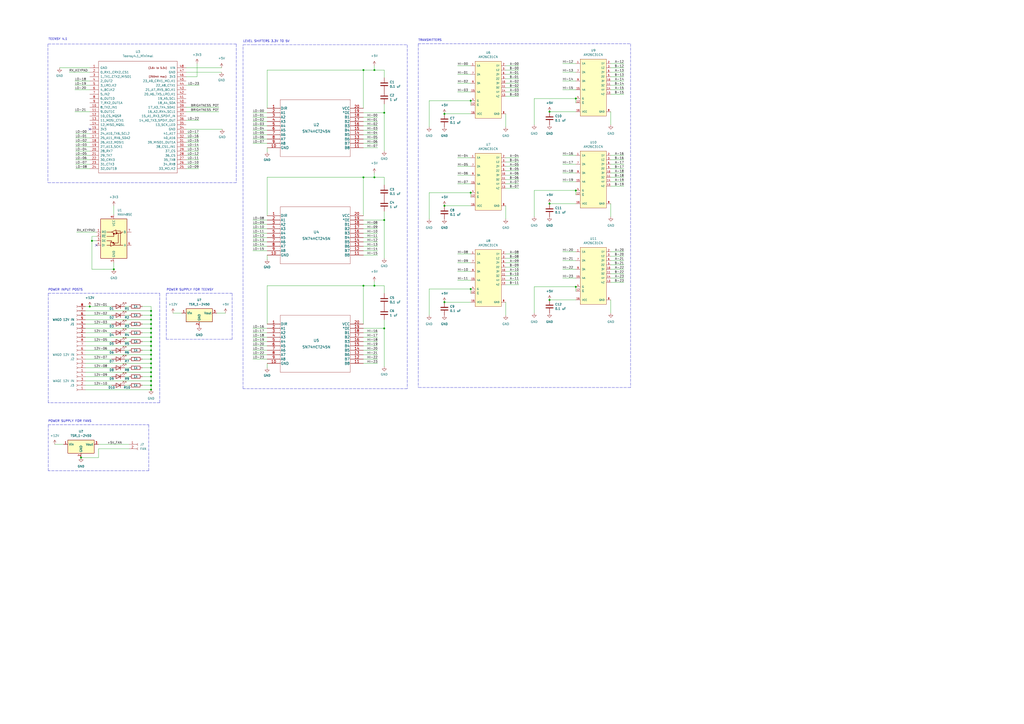
<source format=kicad_sch>
(kicad_sch (version 20211123) (generator eeschema)
  (paper "A2")
  (junction (at 87.63 218.44))
  (junction (at 334.01 166.37))
  (junction (at 66.04 156.21))
  (junction (at 87.63 182.88))
  (junction (at 217.17 102.87))
  (junction (at 87.63 208.28))
  (junction (at 87.63 223.52))
  (junction (at 334.01 110.49))
  (junction (at 222.885 190.5))
  (junction (at 87.63 210.82))
  (junction (at 257.81 175.26))
  (junction (at 46.99 265.43))
  (junction (at 87.63 200.66))
  (junction (at 87.63 193.04))
  (junction (at 87.63 226.06))
  (junction (at 87.63 180.34))
  (junction (at 222.885 65.405))
  (junction (at 210.82 102.87))
  (junction (at 87.63 220.98))
  (junction (at 87.63 203.2))
  (junction (at 87.63 213.36))
  (junction (at 257.81 119.38))
  (junction (at 87.63 190.5))
  (junction (at 257.81 66.04))
  (junction (at 87.63 185.42))
  (junction (at 210.82 165.735))
  (junction (at 87.63 195.58))
  (junction (at 318.77 64.77))
  (junction (at 273.05 111.76))
  (junction (at 87.63 215.9))
  (junction (at 217.17 165.735))
  (junction (at 217.17 40.64))
  (junction (at 273.05 58.42))
  (junction (at 52.07 177.8))
  (junction (at 334.01 57.15))
  (junction (at 87.63 205.74))
  (junction (at 318.77 118.11))
  (junction (at 222.885 127.635))
  (junction (at 210.82 40.64))
  (junction (at 273.05 167.64))
  (junction (at 87.63 198.12))
  (junction (at 318.77 173.99))
  (junction (at 87.63 187.96))
  (junction (at 53.34 139.7))
  (no_connect (at 52.07 74.93))
  (no_connect (at 55.88 142.24))
  (wire (pts (xy 354.33 151.13) (xy 361.95 151.13)))
  (wire (pts (xy 219.075 205.74) (xy 210.82 205.74)))
  (wire (pts (xy 219.075 80.645) (xy 210.82 80.645)))
  (wire (pts (xy 107.95 64.77) (xy 127 64.77)))
  (polyline (pts (xy 137.033 25.527) (xy 137.033 105.918)))
  (polyline (pts (xy 96.52 170.18) (xy 134.62 170.18)))
  (wire (pts (xy 265.43 43.18) (xy 273.05 43.18)))
  (wire (pts (xy 222.885 60.325) (xy 222.885 65.405)))
  (wire (pts (xy 219.075 200.66) (xy 210.82 200.66)))
  (wire (pts (xy 210.82 165.735) (xy 210.82 187.96)))
  (wire (pts (xy 34.544 39.37) (xy 52.07 39.37)))
  (wire (pts (xy 66.04 152.4) (xy 66.04 156.21)))
  (wire (pts (xy 107.95 97.79) (xy 115.316 97.79)))
  (wire (pts (xy 87.63 195.58) (xy 87.63 198.12)))
  (wire (pts (xy 217.17 102.87) (xy 222.885 102.87)))
  (wire (pts (xy 354.33 92.71) (xy 361.95 92.71)))
  (wire (pts (xy 146.685 67.945) (xy 154.94 67.945)))
  (wire (pts (xy 217.17 40.64) (xy 222.885 40.64)))
  (wire (pts (xy 87.63 215.9) (xy 87.63 218.44)))
  (wire (pts (xy 146.685 193.04) (xy 154.94 193.04)))
  (wire (pts (xy 265.43 157.48) (xy 273.05 157.48)))
  (polyline (pts (xy 140.97 225.425) (xy 140.97 26.035)))
  (polyline (pts (xy 86.36 246.38) (xy 86.36 273.05)))
  (wire (pts (xy 87.63 190.5) (xy 87.63 193.04)))
  (wire (pts (xy 273.05 58.42) (xy 273.05 60.96)))
  (wire (pts (xy 293.37 147.32) (xy 300.99 147.32)))
  (wire (pts (xy 222.885 65.405) (xy 210.82 65.405)))
  (wire (pts (xy 87.63 200.66) (xy 87.63 203.2)))
  (wire (pts (xy 354.33 41.91) (xy 361.95 41.91)))
  (wire (pts (xy 72.39 213.36) (xy 74.93 213.36)))
  (wire (pts (xy 31.75 257.81) (xy 36.83 257.81)))
  (wire (pts (xy 107.95 74.93) (xy 128.905 74.93)))
  (wire (pts (xy 107.95 69.85) (xy 115.443 69.85)))
  (wire (pts (xy 293.37 104.14) (xy 300.99 104.14)))
  (wire (pts (xy 354.33 105.41) (xy 361.95 105.41)))
  (wire (pts (xy 219.075 193.04) (xy 210.82 193.04)))
  (wire (pts (xy 43.815 95.25) (xy 52.07 95.25)))
  (wire (pts (xy 125.73 181.61) (xy 130.81 181.61)))
  (wire (pts (xy 49.53 195.58) (xy 87.63 195.58)))
  (wire (pts (xy 219.075 195.58) (xy 210.82 195.58)))
  (wire (pts (xy 154.94 210.82) (xy 154.94 213.36)))
  (wire (pts (xy 72.39 193.04) (xy 74.93 193.04)))
  (wire (pts (xy 354.33 158.75) (xy 361.95 158.75)))
  (wire (pts (xy 146.685 142.875) (xy 154.94 142.875)))
  (wire (pts (xy 87.63 180.34) (xy 87.63 182.88)))
  (wire (pts (xy 82.55 213.36) (xy 87.63 213.36)))
  (wire (pts (xy 114.3 44.45) (xy 114.3 36.83)))
  (wire (pts (xy 49.53 187.96) (xy 64.77 187.96)))
  (wire (pts (xy 219.075 208.28) (xy 210.82 208.28)))
  (wire (pts (xy 87.63 177.8) (xy 87.63 180.34)))
  (wire (pts (xy 219.075 85.725) (xy 210.82 85.725)))
  (wire (pts (xy 354.33 148.59) (xy 361.95 148.59)))
  (wire (pts (xy 248.92 111.76) (xy 248.92 127)))
  (wire (pts (xy 72.39 208.28) (xy 74.93 208.28)))
  (wire (pts (xy 53.34 137.16) (xy 53.34 139.7)))
  (wire (pts (xy 72.39 177.8) (xy 74.93 177.8)))
  (wire (pts (xy 146.685 132.715) (xy 154.94 132.715)))
  (polyline (pts (xy 147.32 26.035) (xy 236.22 26.035)))
  (wire (pts (xy 354.33 173.99) (xy 354.33 181.61)))
  (wire (pts (xy 219.075 78.105) (xy 210.82 78.105)))
  (wire (pts (xy 354.33 49.53) (xy 361.95 49.53)))
  (wire (pts (xy 72.39 182.88) (xy 74.93 182.88)))
  (wire (pts (xy 82.55 193.04) (xy 87.63 193.04)))
  (wire (pts (xy 49.53 223.52) (xy 64.77 223.52)))
  (wire (pts (xy 293.37 149.86) (xy 300.99 149.86)))
  (wire (pts (xy 257.81 119.38) (xy 273.05 119.38)))
  (wire (pts (xy 222.885 127.635) (xy 210.82 127.635)))
  (wire (pts (xy 293.37 43.18) (xy 300.99 43.18)))
  (wire (pts (xy 82.55 223.52) (xy 87.63 223.52)))
  (wire (pts (xy 248.92 167.64) (xy 248.92 182.88)))
  (polyline (pts (xy 242.57 25.4) (xy 242.57 224.79)))
  (wire (pts (xy 326.39 90.17) (xy 334.01 90.17)))
  (wire (pts (xy 107.95 39.37) (xy 128.524 39.37)))
  (wire (pts (xy 43.815 77.47) (xy 52.07 77.47)))
  (polyline (pts (xy 27.94 246.38) (xy 86.36 246.38)))
  (wire (pts (xy 273.05 58.42) (xy 248.92 58.42)))
  (wire (pts (xy 49.53 190.5) (xy 87.63 190.5)))
  (wire (pts (xy 146.685 83.185) (xy 154.94 83.185)))
  (wire (pts (xy 326.39 41.91) (xy 334.01 41.91)))
  (polyline (pts (xy 365.76 25.4) (xy 365.76 224.79)))
  (wire (pts (xy 265.43 101.6) (xy 273.05 101.6)))
  (wire (pts (xy 265.43 152.4) (xy 273.05 152.4)))
  (wire (pts (xy 354.33 156.21) (xy 361.95 156.21)))
  (wire (pts (xy 265.43 162.56) (xy 273.05 162.56)))
  (wire (pts (xy 326.39 36.83) (xy 334.01 36.83)))
  (wire (pts (xy 40.132 41.91) (xy 52.07 41.91)))
  (wire (pts (xy 354.33 46.99) (xy 361.95 46.99)))
  (wire (pts (xy 43.434 64.77) (xy 52.07 64.77)))
  (wire (pts (xy 52.07 177.8) (xy 64.77 177.8)))
  (wire (pts (xy 146.685 80.645) (xy 154.94 80.645)))
  (wire (pts (xy 87.63 208.28) (xy 87.63 210.82)))
  (polyline (pts (xy 236.22 26.035) (xy 236.22 225.425)))
  (wire (pts (xy 146.685 195.58) (xy 154.94 195.58)))
  (wire (pts (xy 82.55 203.2) (xy 87.63 203.2)))
  (wire (pts (xy 210.82 165.735) (xy 217.17 165.735)))
  (wire (pts (xy 154.94 40.64) (xy 154.94 62.865)))
  (wire (pts (xy 43.434 46.99) (xy 52.07 46.99)))
  (wire (pts (xy 293.37 38.1) (xy 300.99 38.1)))
  (wire (pts (xy 87.63 187.96) (xy 87.63 190.5)))
  (wire (pts (xy 265.43 48.26) (xy 273.05 48.26)))
  (polyline (pts (xy 96.52 170.18) (xy 96.52 196.85)))
  (wire (pts (xy 222.885 65.405) (xy 222.885 87.63)))
  (wire (pts (xy 107.95 41.91) (xy 128.524 41.91)))
  (polyline (pts (xy 134.62 196.85) (xy 96.52 196.85)))
  (wire (pts (xy 309.88 110.49) (xy 309.88 125.73)))
  (wire (pts (xy 265.43 147.32) (xy 273.05 147.32)))
  (wire (pts (xy 326.39 95.25) (xy 334.01 95.25)))
  (wire (pts (xy 82.55 187.96) (xy 87.63 187.96)))
  (wire (pts (xy 49.53 193.04) (xy 64.77 193.04)))
  (wire (pts (xy 53.34 139.7) (xy 55.88 139.7)))
  (wire (pts (xy 146.685 130.175) (xy 154.94 130.175)))
  (wire (pts (xy 222.885 102.87) (xy 222.885 107.315)))
  (wire (pts (xy 146.685 137.795) (xy 154.94 137.795)))
  (wire (pts (xy 219.075 70.485) (xy 210.82 70.485)))
  (wire (pts (xy 354.33 146.05) (xy 361.95 146.05)))
  (wire (pts (xy 82.55 218.44) (xy 87.63 218.44)))
  (wire (pts (xy 87.63 185.42) (xy 87.63 187.96)))
  (wire (pts (xy 107.95 85.09) (xy 115.316 85.09)))
  (wire (pts (xy 49.53 210.82) (xy 87.63 210.82)))
  (wire (pts (xy 293.37 160.02) (xy 300.99 160.02)))
  (wire (pts (xy 87.63 198.12) (xy 87.63 200.66)))
  (wire (pts (xy 354.33 44.45) (xy 361.95 44.45)))
  (wire (pts (xy 293.37 157.48) (xy 300.99 157.48)))
  (wire (pts (xy 354.33 102.87) (xy 361.95 102.87)))
  (wire (pts (xy 154.94 102.87) (xy 154.94 125.095)))
  (wire (pts (xy 219.075 83.185) (xy 210.82 83.185)))
  (wire (pts (xy 354.33 52.07) (xy 361.95 52.07)))
  (wire (pts (xy 354.33 39.37) (xy 361.95 39.37)))
  (polyline (pts (xy 365.76 224.79) (xy 242.57 224.79)))
  (wire (pts (xy 318.77 118.11) (xy 334.01 118.11)))
  (wire (pts (xy 222.885 165.735) (xy 222.885 170.18)))
  (wire (pts (xy 265.43 91.44) (xy 273.05 91.44)))
  (wire (pts (xy 154.94 147.955) (xy 154.94 150.495)))
  (wire (pts (xy 293.37 91.44) (xy 300.99 91.44)))
  (wire (pts (xy 354.33 64.77) (xy 354.33 72.39)))
  (wire (pts (xy 219.075 145.415) (xy 210.82 145.415)))
  (wire (pts (xy 146.685 65.405) (xy 154.94 65.405)))
  (wire (pts (xy 210.82 102.87) (xy 154.94 102.87)))
  (wire (pts (xy 326.39 151.13) (xy 334.01 151.13)))
  (wire (pts (xy 265.43 38.1) (xy 273.05 38.1)))
  (wire (pts (xy 293.37 66.04) (xy 293.37 73.66)))
  (wire (pts (xy 222.885 127.635) (xy 222.885 149.86)))
  (wire (pts (xy 43.815 87.63) (xy 52.07 87.63)))
  (wire (pts (xy 49.53 198.12) (xy 64.77 198.12)))
  (wire (pts (xy 219.075 198.12) (xy 210.82 198.12)))
  (wire (pts (xy 326.39 161.29) (xy 334.01 161.29)))
  (wire (pts (xy 57.15 265.43) (xy 46.99 265.43)))
  (wire (pts (xy 219.075 130.175) (xy 210.82 130.175)))
  (wire (pts (xy 49.53 213.36) (xy 64.77 213.36)))
  (wire (pts (xy 210.82 40.64) (xy 217.17 40.64)))
  (wire (pts (xy 146.685 145.415) (xy 154.94 145.415)))
  (wire (pts (xy 43.815 80.01) (xy 52.07 80.01)))
  (wire (pts (xy 49.53 205.74) (xy 87.63 205.74)))
  (wire (pts (xy 107.95 49.53) (xy 115.57 49.53)))
  (wire (pts (xy 154.94 165.735) (xy 154.94 187.96)))
  (wire (pts (xy 74.93 260.35) (xy 57.15 260.35)))
  (wire (pts (xy 146.685 70.485) (xy 154.94 70.485)))
  (wire (pts (xy 72.39 223.52) (xy 74.93 223.52)))
  (wire (pts (xy 43.815 82.55) (xy 52.07 82.55)))
  (wire (pts (xy 49.53 203.2) (xy 64.77 203.2)))
  (wire (pts (xy 293.37 40.64) (xy 300.99 40.64)))
  (wire (pts (xy 354.33 100.33) (xy 361.95 100.33)))
  (wire (pts (xy 219.075 67.945) (xy 210.82 67.945)))
  (wire (pts (xy 210.82 102.87) (xy 217.17 102.87)))
  (polyline (pts (xy 236.22 225.425) (xy 140.97 225.425)))
  (wire (pts (xy 222.885 40.64) (xy 222.885 45.085)))
  (wire (pts (xy 334.01 166.37) (xy 334.01 168.91)))
  (wire (pts (xy 219.075 73.025) (xy 210.82 73.025)))
  (polyline (pts (xy 140.97 26.035) (xy 147.32 26.035)))
  (wire (pts (xy 53.34 156.21) (xy 66.04 156.21)))
  (wire (pts (xy 354.33 54.61) (xy 361.95 54.61)))
  (wire (pts (xy 146.685 203.2) (xy 154.94 203.2)))
  (wire (pts (xy 219.075 132.715) (xy 210.82 132.715)))
  (wire (pts (xy 354.33 36.83) (xy 361.95 36.83)))
  (wire (pts (xy 146.685 198.12) (xy 154.94 198.12)))
  (polyline (pts (xy 27.813 25.527) (xy 27.813 105.918)))
  (wire (pts (xy 146.685 78.105) (xy 154.94 78.105)))
  (wire (pts (xy 210.82 40.64) (xy 210.82 62.865)))
  (polyline (pts (xy 92.71 170.18) (xy 92.71 233.68)))
  (wire (pts (xy 44.45 134.62) (xy 55.88 134.62)))
  (wire (pts (xy 293.37 99.06) (xy 300.99 99.06)))
  (wire (pts (xy 309.88 57.15) (xy 309.88 72.39)))
  (wire (pts (xy 293.37 50.8) (xy 300.99 50.8)))
  (wire (pts (xy 107.95 92.71) (xy 115.316 92.71)))
  (wire (pts (xy 72.39 218.44) (xy 74.93 218.44)))
  (wire (pts (xy 293.37 175.26) (xy 293.37 182.88)))
  (wire (pts (xy 334.01 166.37) (xy 309.88 166.37)))
  (wire (pts (xy 217.17 38.1) (xy 217.17 40.64)))
  (wire (pts (xy 210.82 40.64) (xy 154.94 40.64)))
  (wire (pts (xy 354.33 107.95) (xy 361.95 107.95)))
  (wire (pts (xy 222.885 122.555) (xy 222.885 127.635)))
  (wire (pts (xy 107.95 87.63) (xy 115.316 87.63)))
  (wire (pts (xy 57.15 260.35) (xy 57.15 265.43)))
  (polyline (pts (xy 27.94 170.18) (xy 27.94 233.68)))
  (wire (pts (xy 222.885 185.42) (xy 222.885 190.5)))
  (wire (pts (xy 146.685 208.28) (xy 154.94 208.28)))
  (wire (pts (xy 354.33 95.25) (xy 361.95 95.25)))
  (wire (pts (xy 326.39 52.07) (xy 334.01 52.07)))
  (wire (pts (xy 293.37 106.68) (xy 300.99 106.68)))
  (wire (pts (xy 87.63 203.2) (xy 87.63 205.74)))
  (wire (pts (xy 146.685 200.66) (xy 154.94 200.66)))
  (wire (pts (xy 219.075 75.565) (xy 210.82 75.565)))
  (wire (pts (xy 52.07 177.8) (xy 49.53 177.8)))
  (wire (pts (xy 49.53 215.9) (xy 87.63 215.9)))
  (wire (pts (xy 82.55 182.88) (xy 87.63 182.88)))
  (wire (pts (xy 49.53 218.44) (xy 64.77 218.44)))
  (wire (pts (xy 265.43 106.68) (xy 273.05 106.68)))
  (wire (pts (xy 107.95 90.17) (xy 115.316 90.17)))
  (wire (pts (xy 293.37 101.6) (xy 300.99 101.6)))
  (wire (pts (xy 49.53 200.66) (xy 87.63 200.66)))
  (wire (pts (xy 257.81 66.04) (xy 273.05 66.04)))
  (wire (pts (xy 326.39 100.33) (xy 334.01 100.33)))
  (polyline (pts (xy 27.94 25.527) (xy 137.033 25.527)))
  (wire (pts (xy 222.885 190.5) (xy 222.885 212.725)))
  (wire (pts (xy 326.39 146.05) (xy 334.01 146.05)))
  (wire (pts (xy 354.33 163.83) (xy 361.95 163.83)))
  (wire (pts (xy 293.37 53.34) (xy 300.99 53.34)))
  (wire (pts (xy 334.01 57.15) (xy 334.01 59.69)))
  (wire (pts (xy 100.33 181.61) (xy 105.41 181.61)))
  (wire (pts (xy 146.685 127.635) (xy 154.94 127.635)))
  (wire (pts (xy 82.55 177.8) (xy 87.63 177.8)))
  (wire (pts (xy 273.05 167.64) (xy 248.92 167.64)))
  (wire (pts (xy 293.37 152.4) (xy 300.99 152.4)))
  (wire (pts (xy 219.075 147.955) (xy 210.82 147.955)))
  (wire (pts (xy 257.81 175.26) (xy 273.05 175.26)))
  (wire (pts (xy 107.95 80.01) (xy 115.316 80.01)))
  (wire (pts (xy 87.63 218.44) (xy 87.63 220.98)))
  (wire (pts (xy 57.15 257.81) (xy 74.93 257.81)))
  (wire (pts (xy 210.82 102.87) (xy 210.82 125.095)))
  (wire (pts (xy 107.95 82.55) (xy 115.316 82.55)))
  (wire (pts (xy 146.685 205.74) (xy 154.94 205.74)))
  (wire (pts (xy 273.05 111.76) (xy 273.05 114.3)))
  (wire (pts (xy 354.33 118.11) (xy 354.33 125.73)))
  (wire (pts (xy 354.33 153.67) (xy 361.95 153.67)))
  (wire (pts (xy 146.685 140.335) (xy 154.94 140.335)))
  (wire (pts (xy 222.885 190.5) (xy 210.82 190.5)))
  (polyline (pts (xy 27.94 246.38) (xy 27.94 273.05)))
  (wire (pts (xy 293.37 48.26) (xy 300.99 48.26)))
  (wire (pts (xy 334.01 110.49) (xy 309.88 110.49)))
  (wire (pts (xy 219.075 210.82) (xy 210.82 210.82)))
  (wire (pts (xy 43.434 49.53) (xy 52.07 49.53)))
  (wire (pts (xy 55.88 137.16) (xy 53.34 137.16)))
  (wire (pts (xy 265.43 53.34) (xy 273.05 53.34)))
  (wire (pts (xy 293.37 93.98) (xy 300.99 93.98)))
  (wire (pts (xy 87.63 193.04) (xy 87.63 195.58)))
  (wire (pts (xy 107.95 62.23) (xy 127 62.23)))
  (polyline (pts (xy 242.57 25.4) (xy 365.76 25.4)))
  (wire (pts (xy 217.17 163.195) (xy 217.17 165.735)))
  (wire (pts (xy 43.942 97.79) (xy 52.07 97.79)))
  (wire (pts (xy 146.685 135.255) (xy 154.94 135.255)))
  (polyline (pts (xy 137.033 105.918) (xy 27.813 105.918)))
  (wire (pts (xy 87.63 220.98) (xy 87.63 223.52)))
  (wire (pts (xy 354.33 161.29) (xy 361.95 161.29)))
  (wire (pts (xy 334.01 57.15) (xy 309.88 57.15)))
  (wire (pts (xy 66.04 119.38) (xy 66.04 124.46)))
  (wire (pts (xy 248.92 58.42) (xy 248.92 73.66)))
  (wire (pts (xy 293.37 154.94) (xy 300.99 154.94)))
  (wire (pts (xy 107.95 95.25) (xy 115.316 95.25)))
  (wire (pts (xy 87.63 182.88) (xy 87.63 185.42)))
  (wire (pts (xy 273.05 167.64) (xy 273.05 170.18)))
  (wire (pts (xy 293.37 96.52) (xy 300.99 96.52)))
  (wire (pts (xy 87.63 205.74) (xy 87.63 208.28)))
  (wire (pts (xy 49.53 185.42) (xy 87.63 185.42)))
  (wire (pts (xy 318.77 173.99) (xy 334.01 173.99)))
  (polyline (pts (xy 86.36 273.05) (xy 27.94 273.05)))
  (wire (pts (xy 309.88 166.37) (xy 309.88 181.61)))
  (wire (pts (xy 334.01 110.49) (xy 334.01 113.03)))
  (wire (pts (xy 293.37 119.38) (xy 293.37 127)))
  (wire (pts (xy 219.075 137.795) (xy 210.82 137.795)))
  (wire (pts (xy 49.53 182.88) (xy 64.77 182.88)))
  (wire (pts (xy 146.685 190.5) (xy 154.94 190.5)))
  (wire (pts (xy 273.05 111.76) (xy 248.92 111.76)))
  (wire (pts (xy 107.95 77.47) (xy 115.316 77.47)))
  (wire (pts (xy 354.33 97.79) (xy 361.95 97.79)))
  (wire (pts (xy 72.39 203.2) (xy 74.93 203.2)))
  (wire (pts (xy 293.37 55.88) (xy 300.99 55.88)))
  (wire (pts (xy 293.37 45.72) (xy 300.99 45.72)))
  (wire (pts (xy 219.075 140.335) (xy 210.82 140.335)))
  (wire (pts (xy 49.53 208.28) (xy 64.77 208.28)))
  (wire (pts (xy 87.63 210.82) (xy 87.63 213.36)))
  (wire (pts (xy 219.075 142.875) (xy 210.82 142.875)))
  (wire (pts (xy 217.17 100.33) (xy 217.17 102.87)))
  (polyline (pts (xy 27.94 170.18) (xy 92.71 170.18)))
  (wire (pts (xy 43.815 85.09) (xy 52.07 85.09)))
  (wire (pts (xy 265.43 96.52) (xy 273.05 96.52)))
  (wire (pts (xy 49.53 220.98) (xy 87.63 220.98)))
  (wire (pts (xy 293.37 109.22) (xy 300.99 109.22)))
  (polyline (pts (xy 134.62 170.18) (xy 134.62 196.85)))
  (wire (pts (xy 87.63 213.36) (xy 87.63 215.9)))
  (polyline (pts (xy 92.71 233.68) (xy 27.94 233.68)))
  (wire (pts (xy 43.815 92.71) (xy 52.07 92.71)))
  (wire (pts (xy 293.37 162.56) (xy 300.99 162.56)))
  (wire (pts (xy 107.95 44.45) (xy 114.3 44.45)))
  (wire (pts (xy 293.37 165.1) (xy 300.99 165.1)))
  (wire (pts (xy 219.075 135.255) (xy 210.82 135.255)))
  (wire (pts (xy 53.34 139.7) (xy 53.34 156.21)))
  (wire (pts (xy 326.39 105.41) (xy 334.01 105.41)))
  (wire (pts (xy 219.075 203.2) (xy 210.82 203.2)))
  (wire (pts (xy 82.55 198.12) (xy 87.63 198.12)))
  (wire (pts (xy 49.53 180.34) (xy 87.63 180.34)))
  (wire (pts (xy 154.94 85.725) (xy 154.94 88.265)))
  (wire (pts (xy 43.434 52.07) (xy 52.07 52.07)))
  (wire (pts (xy 210.82 165.735) (xy 154.94 165.735)))
  (wire (pts (xy 43.815 90.17) (xy 52.07 90.17)))
  (wire (pts (xy 49.53 226.06) (xy 87.63 226.06)))
  (wire (pts (xy 82.55 208.28) (xy 87.63 208.28)))
  (wire (pts (xy 72.39 198.12) (xy 74.93 198.12)))
  (wire (pts (xy 354.33 90.17) (xy 361.95 90.17)))
  (wire (pts (xy 326.39 156.21) (xy 334.01 156.21)))
  (wire (pts (xy 146.685 73.025) (xy 154.94 73.025)))
  (wire (pts (xy 146.685 75.565) (xy 154.94 75.565)))
  (wire (pts (xy 72.39 187.96) (xy 74.93 187.96)))
  (wire (pts (xy 318.77 64.77) (xy 334.01 64.77)))
  (wire (pts (xy 217.17 165.735) (xy 222.885 165.735)))
  (wire (pts (xy 87.63 223.52) (xy 87.63 226.06)))
  (wire (pts (xy 326.39 46.99) (xy 334.01 46.99)))
  (text "TRANSMITTERS" (at 242.57 24.13 0) (effects (font (size 1.27 1.27)) (justify left bottom)))
  (text "POWER INPUT POSTS" (at 27.94 168.91 0) (effects (font (size 1.27 1.27)) (justify left bottom)))
  (text "POWER SUPPLY FOR TEENSY" (at 96.52 168.91 0) (effects (font (size 1.27 1.27)) (justify left bottom)))
  (text "TEENSY 4.1" (at 28.067 23.495 0) (effects (font (size 1.27 1.27)) (justify left bottom)))
  (text "LEVEL SHIFTERS 3.3V TO 5V" (at 140.97 24.765 0) (effects (font (size 1.27 1.27)) (justify left bottom)))
  (text "POWER SUPPLY FOR FANS" (at 27.94 245.11 0) (effects (font (size 1.27 1.27)) (justify left bottom)))
  (label "A-05" (at 300.99 96.52 180))
  (label "HI-10" (at 219.075 135.255 180))
  (label "HI-12" (at 326.39 36.83 0))
  (label "HI-03" (at 219.075 75.565 180))
  (label "A-06" (at 300.99 101.6 180))
  (label "B-17" (at 361.95 97.79 180))
  (label "B-19" (at 361.95 107.95 180))
  (label "LO-06" (at 146.685 80.645 0))
  (label "HI-13" (at 326.39 41.91 0))
  (label "12V-06" (at 62.23 203.2 180))
  (label "LO-22" (at 146.685 205.74 0))
  (label "LO-06" (at 43.815 92.71 0))
  (label "LO-04" (at 146.685 75.565 0))
  (label "HI-20" (at 326.39 146.05 0))
  (label "B-08" (at 300.99 149.86 180))
  (label "HI-22" (at 219.075 208.28 180))
  (label "A-10" (at 300.99 157.48 180))
  (label "LO-10" (at 115.316 95.25 180))
  (label "A-03" (at 300.99 53.34 180))
  (label "A-08" (at 300.99 147.32 180))
  (label "A-13" (at 361.95 41.91 180))
  (label "LO-20" (at 43.434 52.07 0))
  (label "B-14" (at 361.95 49.53 180))
  (label "LO-01" (at 43.815 80.01 0))
  (label "12V-07" (at 62.23 208.28 180))
  (label "HI-00" (at 265.43 38.1 0))
  (label "HI-05" (at 219.075 80.645 180))
  (label "LO-05" (at 146.685 78.105 0))
  (label "A-01" (at 300.99 43.18 180))
  (label "LO-08" (at 146.685 127.635 0))
  (label "LO-08" (at 43.942 97.79 0))
  (label "A-16" (at 361.95 90.17 180))
  (label "HI-15" (at 326.39 52.07 0))
  (label "HI-16" (at 219.075 193.04 180))
  (label "HI-18" (at 219.075 198.12 180))
  (label "HI-06" (at 265.43 101.6 0))
  (label "LO-10" (at 146.685 132.715 0))
  (label "LO-13" (at 115.316 87.63 180))
  (label "HI-01" (at 219.075 70.485 180))
  (label "A-11" (at 300.99 162.56 180))
  (label "LO-20" (at 146.685 200.66 0))
  (label "A-15" (at 361.95 52.07 180))
  (label "LO-12" (at 115.316 90.17 180))
  (label "B-16" (at 361.95 92.71 180))
  (label "LO-05" (at 43.815 90.17 0))
  (label "LO-03" (at 43.815 85.09 0))
  (label "HI-11" (at 219.075 137.795 180))
  (label "LO-00" (at 43.815 77.47 0))
  (label "HI-21" (at 219.075 205.74 180))
  (label "B-15" (at 361.95 54.61 180))
  (label "LO-21" (at 43.434 64.77 0))
  (label "HI-03" (at 265.43 53.34 0))
  (label "B-02" (at 300.99 50.8 180))
  (label "12V-10" (at 62.23 223.52 180))
  (label "LO-09" (at 146.685 130.175 0))
  (label "HI-01" (at 265.43 43.18 0))
  (label "B-23" (at 361.95 163.83 180))
  (label "HI-04" (at 219.075 78.105 180))
  (label "B-12" (at 361.95 39.37 180))
  (label "A-12" (at 361.95 36.83 180))
  (label "HI-19" (at 326.39 105.41 0))
  (label "HI-20" (at 219.075 203.2 180))
  (label "HI-21" (at 326.39 151.13 0))
  (label "LO-23" (at 146.685 208.28 0))
  (label "LO-13" (at 146.685 140.335 0))
  (label "LO-16" (at 146.685 190.5 0))
  (label "LO-15" (at 146.685 145.415 0))
  (label "LO-02" (at 43.815 82.55 0))
  (label "RX_KEYPAD" (at 44.45 134.62 0))
  (label "HI-19" (at 219.075 200.66 180))
  (label "HI-14" (at 326.39 46.99 0))
  (label "B-09" (at 300.99 154.94 180))
  (label "HI-07" (at 219.075 85.725 180))
  (label "LO-07" (at 43.815 95.25 0))
  (label "HI-07" (at 265.43 106.68 0))
  (label "HI-02" (at 219.075 73.025 180))
  (label "A-09" (at 300.99 152.4 180))
  (label "HI-17" (at 326.39 95.25 0))
  (label "12V-05" (at 62.23 198.12 180))
  (label "LO-21" (at 146.685 203.2 0))
  (label "B-20" (at 361.95 148.59 180))
  (label "A-22" (at 361.95 156.21 180))
  (label "HI-09" (at 219.075 132.715 180))
  (label "LO-04" (at 43.815 87.63 0))
  (label "A-20" (at 361.95 146.05 180))
  (label "HI-16" (at 326.39 90.17 0))
  (label "HI-09" (at 265.43 152.4 0))
  (label "HI-04" (at 265.43 91.44 0))
  (label "12V-08" (at 62.23 213.36 180))
  (label "LO-00" (at 146.685 65.405 0))
  (label "A-04" (at 300.99 91.44 180))
  (label "HI-05" (at 265.43 96.52 0))
  (label "12V-03" (at 62.23 187.96 180))
  (label "HI-17" (at 219.075 195.58 180))
  (label "HI-08" (at 265.43 147.32 0))
  (label "HI-13" (at 219.075 142.875 180))
  (label "B-11" (at 300.99 165.1 180))
  (label "LO-07" (at 146.685 83.185 0))
  (label "HI-23" (at 326.39 161.29 0))
  (label "HI-06" (at 219.075 83.185 180))
  (label "+5V_FAN" (at 62.23 257.81 0))
  (label "LO-22" (at 115.443 69.85 180))
  (label "LO-02" (at 146.685 70.485 0))
  (label "LO-18" (at 146.685 195.58 0))
  (label "LO-03" (at 146.685 73.025 0))
  (label "B-03" (at 300.99 55.88 180))
  (label "A-07" (at 300.99 106.68 180))
  (label "A-23" (at 361.95 161.29 180))
  (label "B-22" (at 361.95 158.75 180))
  (label "LO-12" (at 146.685 137.795 0))
  (label "B-00" (at 300.99 40.64 180))
  (label "A-02" (at 300.99 48.26 180))
  (label "B-21" (at 361.95 153.67 180))
  (label "HI-00" (at 219.075 67.945 180))
  (label "LO-17" (at 146.685 193.04 0))
  (label "B-13" (at 361.95 44.45 180))
  (label "A-14" (at 361.95 46.99 180))
  (label "12V-09" (at 62.23 218.44 180))
  (label "LO-14" (at 115.316 85.09 180))
  (label "HI-23" (at 219.075 210.82 180))
  (label "BRIGHTNESS POT" (at 127 62.23 180))
  (label "B-04" (at 300.99 93.98 180))
  (label "HI-12" (at 219.075 140.335 180))
  (label "HI-10" (at 265.43 157.48 0))
  (label "B-06" (at 300.99 104.14 180))
  (label "RX_KEYPAD" (at 40.132 41.91 0))
  (label "B-05" (at 300.99 99.06 180))
  (label "A-21" (at 361.95 151.13 180))
  (label "LO-23" (at 115.57 49.53 180))
  (label "LO-16" (at 115.316 80.01 180))
  (label "B-18" (at 361.95 102.87 180))
  (label "LO-17" (at 115.316 77.47 180))
  (label "HI-11" (at 265.43 162.56 0))
  (label "HI-15" (at 219.075 147.955 180))
  (label "12V-02" (at 62.23 182.88 180))
  (label "BRIGHTNESS POT" (at 127 64.77 180))
  (label "HI-22" (at 326.39 156.21 0))
  (label "12V-01" (at 62.23 177.8 180))
  (label "HI-14" (at 219.075 145.415 180))
  (label "LO-01" (at 146.685 67.945 0))
  (label "LO-19" (at 43.434 49.53 0))
  (label "LO-11" (at 146.685 135.255 0))
  (label "B-07" (at 300.99 109.22 180))
  (label "A-18" (at 361.95 100.33 180))
  (label "LO-15" (at 115.316 82.55 180))
  (label "B-10" (at 300.99 160.02 180))
  (label "HI-18" (at 326.39 100.33 0))
  (label "LO-19" (at 146.685 198.12 0))
  (label "HI-02" (at 265.43 48.26 0))
  (label "LO-11" (at 115.316 92.71 180))
  (label "12V-04" (at 62.23 193.04 180))
  (label "LO-09" (at 115.316 97.79 180))
  (label "LO-14" (at 146.685 142.875 0))
  (label "A-17" (at 361.95 95.25 180))
  (label "HI-08" (at 219.075 130.175 180))
  (label "A-19" (at 361.95 105.41 180))
  (label "A-00" (at 300.99 38.1 180))
  (label "LO-18" (at 43.434 46.99 0))
  (label "B-01" (at 300.99 45.72 180))
  (symbol (lib_id "Device:R") (at 78.74 203.2 90) (unit 1)
    (property "Reference" "R6" (at 73.66 204.47 90))
    (property "Value" "1k" (at 78.74 203.2 90))
  )
  (symbol (lib_id "Device:LED") (at 68.58 182.88 180) (unit 1)
    (property "Reference" "D2" (at 64.77 184.15 0))
    (property "Value" "LED" (effects hide))
  )
  (symbol (lib_id "power:+5V") (at 257.81 66.04 0) (unit 1)
    (property "Reference" "#PWR021" (effects hide))
    (property "Value" "+5V" (at 257.81 60.96 0))
  )
  (symbol (lib_id "power:GND") (at 115.57 189.23 0) (unit 1)
    (property "Reference" "#PWR?" (effects hide))
    (property "Value" "GND" (at 115.57 194.31 0))
  )
  (symbol (lib_id "power:GND") (at 87.63 226.06 0) (unit 1)
    (property "Reference" "#PWR05" (effects hide))
    (property "Value" "GND" (at 87.63 231.14 0))
  )
  (symbol (lib_id "Device:LED") (at 68.58 187.96 180) (unit 1)
    (property "Reference" "D3" (at 64.77 189.23 0))
    (property "Value" "LED" (effects hide))
  )
  (symbol (lib_id "Interface_UART:MAX485E") (at 66.04 137.16 0) (unit 1)
    (property "Reference" "U1" (at 68.0594 121.92 0) (effects (justify left)))
    (property "Value" "MAX485E" (at 68.0594 124.46 0) (effects (justify left)))
    (property "Datasheet" "https://datasheets.maximintegrated.com/en/ds/MAX1487E-MAX491E.pdf" (effects hide))
  )
  (symbol (lib_id "power:GND") (at 354.33 181.61 0) (unit 1)
    (property "Reference" "#PWR041" (effects hide))
    (property "Value" "GND" (at 354.33 186.69 0))
  )
  (symbol (lib_id "power:GND") (at 318.77 72.39 0) (unit 1)
    (property "Reference" "#PWR034" (effects hide))
    (property "Value" "GND" (at 318.77 77.47 0))
  )
  (symbol (lib_id "Connector:Conn_01x08_Female") (at 44.45 208.28 180) (unit 1)
    (property "Reference" "J2" (at 43.18 208.2801 0) (effects (justify left)))
    (property "Value" "WAGO 12V IN" (at 43.18 205.7401 0) (effects (justify left)))
  )
  (symbol (lib_id "Device:R") (at 78.74 187.96 90) (unit 1)
    (property "Reference" "R3" (at 73.66 189.23 90))
    (property "Value" "1k" (at 78.74 187.96 90))
  )
  (symbol (lib_id "power:GND") (at 309.88 72.39 0) (unit 1)
    (property "Reference" "#PWR030" (effects hide))
    (property "Value" "GND" (at 309.88 77.47 0))
  )
  (symbol (lib_id "power:GND") (at 293.37 127 0) (unit 1)
    (property "Reference" "#PWR028" (effects hide))
    (property "Value" "GND" (at 293.37 132.08 0))
  )
  (symbol (lib_id "Device:C") (at 318.77 177.8 0) (unit 1)
    (property "Reference" "C12" (at 321.945 176.5299 0) (effects (justify left)))
    (property "Value" "0.1 uF" (at 321.945 179.0699 0) (effects (justify left)))
  )
  (symbol (lib_id "Device:LED") (at 68.58 218.44 180) (unit 1)
    (property "Reference" "D9" (at 64.77 219.71 0))
    (property "Value" "LED" (effects hide))
  )
  (symbol (lib_id "Device:C") (at 222.885 173.99 0) (unit 1)
    (property "Reference" "C5" (at 226.06 172.7199 0) (effects (justify left)))
    (property "Value" "0.1 uF" (at 226.06 175.2599 0) (effects (justify left)))
  )
  (symbol (lib_id "Device:R") (at 78.74 223.52 90) (unit 1)
    (property "Reference" "R10" (at 73.66 224.79 90))
    (property "Value" "1k" (at 78.74 223.52 90))
  )
  (symbol (lib_id "Joels KiCad Symbol Library:AM26C31CN") (at 270.51 147.32 0) (unit 1)
    (property "Reference" "U8" (at 283.21 139.7 0))
    (property "Value" "AM26C31CN" (at 283.21 142.24 0))
    (property "Footprint" "Texas_Instruments-AM26C31CDR-*" (effects hide))
    (property "Datasheet" "http://www.ti.com/general/docs/lit/getliterature.tsp?genericPartNumber=AM26C31&fileType=pdf" (effects hide))
    (property "Code  JEDEC" "MS-012AC" (effects hide))
    (property "Component Link 2 Description" "Package Specification" (effects hide))
    (property "Component Link 2 URL" "http://www.ti.com/litv/pdf/mpds178g" (effects hide))
    (property "Datasheet Version" "SLLS103N" (effects hide))
    (property "Drivers Per Package" "4" (effects hide))
    (property "ESDk V" "2" (effects hide))
    (property "Footprint_1" "AM26LS31" (effects hide))
    (property "ICC Maxm A" "3" (effects hide))
    (property "Mounting Technology" "Surface Mount" (effects hide))
    (property "Package Description" "16-Pin Plastic Small Outline Integrated Circuit, 9.9 x 3.9 mm, Pitch 1.27 mm Pitch" (effects hide))
    (property "Package Version" "revM, Jun-2011" (effects hide))
    (property "Product URL" "http://www.ti.com/product/am26c31" (effects hide))
    (property "Rating" "Catalog" (effects hide))
    (property "Sub Family" "RS-422" (effects hide))
    (property "Supply VoltagesV" "5" (effects hide))
    (property "category" "IC" (effects hide))
    (property "ciiva ids" "13594892" (effects hide))
    (property "library id" "eb6c2aeb8ff85467" (effects hide))
    (property "manufacturer" "Texas Instruments" (effects hide))
    (property "of TXRX" "4 TX / 0 RX" (effects hide))
    (property "package" "D0016A" (effects hide))
    (property "release date" "1464334774" (effects hide))
    (property "rohs" "Yes" (effects hide))
    (property "vault revision" "09FF9084-D6B5-4054-A4EE-17B9AB6A8387" (effects hide))
    (property "imported" "yes" (effects hide))
  )
  (symbol (lib_id "power:+5V") (at 217.17 38.1 0) (unit 1)
    (property "Reference" "#PWR07" (effects hide))
    (property "Value" "+5V" (at 217.17 32.385 0))
  )
  (symbol (lib_id "power:GND") (at 222.885 149.86 0) (unit 1)
    (property "Reference" "#PWR016" (effects hide))
    (property "Value" "GND" (at 222.885 154.305 0))
  )
  (symbol (lib_id "power:+5V") (at 257.81 175.26 0) (unit 1)
    (property "Reference" "#PWR025" (effects hide))
    (property "Value" "+5V" (at 257.81 170.18 0))
  )
  (symbol (lib_id "power:GND") (at 318.77 181.61 0) (unit 1)
    (property "Reference" "#PWR038" (effects hide))
    (property "Value" "GND" (at 318.77 186.69 0))
  )
  (symbol (lib_id "power:GND") (at 257.81 73.66 0) (unit 1)
    (property "Reference" "#PWR022" (effects hide))
    (property "Value" "GND" (at 257.81 78.74 0))
  )
  (symbol (lib_id "power:GND") (at 34.544 39.37 0) (unit 1)
    (property "Reference" "#PWR01" (effects hide))
    (property "Value" "GND" (at 34.544 43.942 0))
  )
  (symbol (lib_id "Connector:Conn_01x08_Female") (at 44.45 187.96 180) (unit 1)
    (property "Reference" "J1" (at 43.18 187.9601 0) (effects (justify left)))
    (property "Value" "WAGO 12V IN" (at 43.18 185.4201 0) (effects (justify left)))
  )
  (symbol (lib_id "power:GND") (at 248.92 73.66 0) (unit 1)
    (property "Reference" "#PWR018" (effects hide))
    (property "Value" "GND" (at 248.92 78.74 0))
  )
  (symbol (lib_id "power:+12V") (at 100.33 181.61 0) (unit 1)
    (property "Reference" "#PWR?" (effects hide))
    (property "Value" "+12V" (at 100.33 176.53 0))
  )
  (symbol (lib_id "power:GND") (at 154.94 213.36 0) (unit 1)
    (property "Reference" "#PWR012" (effects hide))
    (property "Value" "GND" (at 154.94 217.805 0))
  )
  (symbol (lib_id "Device:LED") (at 68.58 198.12 180) (unit 1)
    (property "Reference" "D5" (at 64.77 199.39 0))
    (property "Value" "LED" (effects hide))
  )
  (symbol (lib_id "Device:LED") (at 68.58 213.36 180) (unit 1)
    (property "Reference" "D8" (at 64.77 214.63 0))
    (property "Value" "LED" (effects hide))
  )
  (symbol (lib_id "Regulator_Switching:TSR_1-2450") (at 46.99 260.35 0) (unit 1)
    (property "Reference" "U?" (at 46.99 250.19 0))
    (property "Value" "TSR_1-2450" (at 46.99 252.73 0))
    (property "Footprint" "Converter_DCDC:Converter_DCDC_TRACO_TSR-1_THT" (effects hide))
    (property "Datasheet" "http://www.tracopower.com/products/tsr1.pdf" (effects hide))
  )
  (symbol (lib_id "Device:R") (at 78.74 213.36 90) (unit 1)
    (property "Reference" "R8" (at 73.66 214.63 90))
    (property "Value" "1k" (at 78.74 213.36 90))
  )
  (symbol (lib_id "power:GND") (at 128.524 41.91 0) (unit 1)
    (property "Reference" "#PWR09" (effects hide))
    (property "Value" "GND" (at 128.524 46.482 0))
  )
  (symbol (lib_id "Device:C") (at 318.77 121.92 0) (unit 1)
    (property "Reference" "C11" (at 321.945 120.6499 0) (effects (justify left)))
    (property "Value" "0.1 uF" (at 321.945 123.1899 0) (effects (justify left)))
  )
  (symbol (lib_id "power:GND") (at 293.37 73.66 0) (unit 1)
    (property "Reference" "#PWR027" (effects hide))
    (property "Value" "GND" (at 293.37 78.74 0))
  )
  (symbol (lib_id "power:GND") (at 128.905 74.93 0) (unit 1)
    (property "Reference" "#PWR010" (effects hide))
    (property "Value" "GND" (at 128.905 79.502 0))
  )
  (symbol (lib_id "Joels KiCad Symbol Library:SN74HCT245N") (at 154.94 187.96 0) (unit 1)
    (property "Reference" "U5" (at 183.515 197.485 0) (effects (font (size 1.524 1.524))))
    (property "Value" "SN74HCT245N" (at 183.515 201.295 0) (effects (font (size 1.524 1.524))))
    (property "Footprint" "N20" (effects hide))
  )
  (symbol (lib_id "power:GND") (at 248.92 182.88 0) (unit 1)
    (property "Reference" "#PWR020" (effects hide))
    (property "Value" "GND" (at 248.92 187.96 0))
  )
  (symbol (lib_id "Device:C") (at 257.81 123.19 0) (unit 1)
    (property "Reference" "C8" (at 260.985 121.9199 0) (effects (justify left)))
    (property "Value" "0.1 uF" (at 260.985 124.4599 0) (effects (justify left)))
  )
  (symbol (lib_id "Device:R") (at 78.74 198.12 90) (unit 1)
    (property "Reference" "R5" (at 73.66 199.39 90))
    (property "Value" "1k" (at 78.74 198.12 90))
  )
  (symbol (lib_id "power:GND") (at 257.81 182.88 0) (unit 1)
    (property "Reference" "#PWR026" (effects hide))
    (property "Value" "GND" (at 257.81 187.96 0))
  )
  (symbol (lib_id "Device:LED") (at 68.58 223.52 180) (unit 1)
    (property "Reference" "D10" (at 64.77 224.79 0))
    (property "Value" "LED" (effects hide))
  )
  (symbol (lib_id "Device:R") (at 78.74 208.28 90) (unit 1)
    (property "Reference" "R7" (at 73.66 209.55 90))
    (property "Value" "1k" (at 78.74 208.28 90))
  )
  (symbol (lib_id "power:+5V") (at 217.17 100.33 0) (unit 1)
    (property "Reference" "#PWR013" (effects hide))
    (property "Value" "+5V" (at 217.17 94.615 0))
  )
  (symbol (lib_id "Device:LED") (at 68.58 193.04 180) (unit 1)
    (property "Reference" "D4" (at 64.77 194.31 0))
    (property "Value" "LED" (effects hide))
  )
  (symbol (lib_id "Joels KiCad Symbol Library:SN74HCT245N") (at 154.94 125.095 0) (unit 1)
    (property "Reference" "U4" (at 183.515 134.62 0) (effects (font (size 1.524 1.524))))
    (property "Value" "SN74HCT245N" (at 183.515 138.43 0) (effects (font (size 1.524 1.524))))
    (property "Footprint" "N20" (effects hide))
  )
  (symbol (lib_id "Device:C") (at 257.81 69.85 0) (unit 1)
    (property "Reference" "C7" (at 260.985 68.5799 0) (effects (justify left)))
    (property "Value" "0.1 uF" (at 260.985 71.1199 0) (effects (justify left)))
  )
  (symbol (lib_id "power:+5V") (at 257.81 119.38 0) (unit 1)
    (property "Reference" "#PWR023" (effects hide))
    (property "Value" "+5V" (at 257.81 114.3 0))
  )
  (symbol (lib_id "Device:C") (at 257.81 179.07 0) (unit 1)
    (property "Reference" "C9" (at 260.985 177.7999 0) (effects (justify left)))
    (property "Value" "0.1 uF" (at 260.985 180.3399 0) (effects (justify left)))
  )
  (symbol (lib_id "power:GND") (at 248.92 127 0) (unit 1)
    (property "Reference" "#PWR019" (effects hide))
    (property "Value" "GND" (at 248.92 132.08 0))
  )
  (symbol (lib_id "Joels KiCad Symbol Library:SN74HCT245N") (at 154.94 62.865 0) (unit 1)
    (property "Reference" "U2" (at 183.515 72.39 0) (effects (font (size 1.524 1.524))))
    (property "Value" "SN74HCT245N" (at 183.515 76.2 0) (effects (font (size 1.524 1.524))))
    (property "Footprint" "N20" (effects hide))
  )
  (symbol (lib_id "power:+12V") (at 52.07 177.8 0) (unit 1)
    (property "Reference" "#PWR?" (effects hide))
    (property "Value" "+12V" (at 52.07 172.72 0))
  )
  (symbol (lib_id "Device:R") (at 78.74 182.88 90) (unit 1)
    (property "Reference" "R2" (at 73.66 184.15 90))
    (property "Value" "1k" (at 78.74 182.88 90))
  )
  (symbol (lib_id "power:GND") (at 354.33 125.73 0) (unit 1)
    (property "Reference" "#PWR040" (effects hide))
    (property "Value" "GND" (at 354.33 130.81 0))
  )
  (symbol (lib_id "Connector:Conn_01x02_Female") (at 80.01 257.81 0) (unit 1)
    (property "Reference" "J?" (at 81.28 257.8099 0) (effects (justify left)))
    (property "Value" "FAN" (at 81.28 260.3499 0) (effects (justify left)))
  )
  (symbol (lib_id "power:GND") (at 66.04 156.21 0) (unit 1)
    (property "Reference" "#PWR03" (effects hide))
    (property "Value" "GND" (at 66.04 161.29 0))
  )
  (symbol (lib_id "power:+3.3V") (at 66.04 119.38 0) (unit 1)
    (property "Reference" "#PWR02" (effects hide))
    (property "Value" "+3.3V" (at 66.04 114.3 0))
  )
  (symbol (lib_id "power:+5V") (at 128.524 39.37 0) (unit 1)
    (property "Reference" "#PWR08" (effects hide))
    (property "Value" "+5V" (at 128.524 33.782 0))
  )
  (symbol (lib_id "power:GND") (at 309.88 125.73 0) (unit 1)
    (property "Reference" "#PWR031" (effects hide))
    (property "Value" "GND" (at 309.88 130.81 0))
  )
  (symbol (lib_id "Device:R") (at 78.74 218.44 90) (unit 1)
    (property "Reference" "R9" (at 73.66 219.71 90))
    (property "Value" "1k" (at 78.74 218.44 90))
  )
  (symbol (lib_id "power:+3.3V") (at 114.3 36.83 0) (unit 1)
    (property "Reference" "#PWR06" (effects hide))
    (property "Value" "+3.3V" (at 114.3 31.75 0))
  )
  (symbol (lib_id "power:+5V") (at 318.77 64.77 0) (unit 1)
    (property "Reference" "#PWR033" (effects hide))
    (property "Value" "+5V" (at 318.77 59.69 0))
  )
  (symbol (lib_id "power:+5V") (at 130.81 181.61 0) (unit 1)
    (property "Reference" "#PWR?" (effects hide))
    (property "Value" "+5V" (at 130.81 176.53 0))
  )
  (symbol (lib_id "Joels KiCad Symbol Library:AM26C31CN") (at 331.47 146.05 0) (unit 1)
    (property "Reference" "U11" (at 344.17 138.43 0))
    (property "Value" "AM26C31CN" (at 344.17 140.97 0))
    (property "Footprint" "Texas_Instruments-AM26C31CDR-*" (effects hide))
    (property "Datasheet" "http://www.ti.com/general/docs/lit/getliterature.tsp?genericPartNumber=AM26C31&fileType=pdf" (effects hide))
    (property "Code  JEDEC" "MS-012AC" (effects hide))
    (property "Component Link 2 Description" "Package Specification" (effects hide))
    (property "Component Link 2 URL" "http://www.ti.com/litv/pdf/mpds178g" (effects hide))
    (property "Datasheet Version" "SLLS103N" (effects hide))
    (property "Drivers Per Package" "4" (effects hide))
    (property "ESDk V" "2" (effects hide))
    (property "Footprint_1" "AM26LS31" (effects hide))
    (property "ICC Maxm A" "3" (effects hide))
    (property "Mounting Technology" "Surface Mount" (effects hide))
    (property "Package Description" "16-Pin Plastic Small Outline Integrated Circuit, 9.9 x 3.9 mm, Pitch 1.27 mm Pitch" (effects hide))
    (property "Package Version" "revM, Jun-2011" (effects hide))
    (property "Product URL" "http://www.ti.com/product/am26c31" (effects hide))
    (property "Rating" "Catalog" (effects hide))
    (property "Sub Family" "RS-422" (effects hide))
    (property "Supply VoltagesV" "5" (effects hide))
    (property "category" "IC" (effects hide))
    (property "ciiva ids" "13594892" (effects hide))
    (property "library id" "eb6c2aeb8ff85467" (effects hide))
    (property "manufacturer" "Texas Instruments" (effects hide))
    (property "of TXRX" "4 TX / 0 RX" (effects hide))
    (property "package" "D0016A" (effects hide))
    (property "release date" "1464334774" (effects hide))
    (property "rohs" "Yes" (effects hide))
    (property "vault revision" "09FF9084-D6B5-4054-A4EE-17B9AB6A8387" (effects hide))
    (property "imported" "yes" (effects hide))
  )
  (symbol (lib_id "Device:C") (at 222.885 118.745 0) (unit 1)
    (property "Reference" "C4" (at 226.06 117.4749 0) (effects (justify left)))
    (property "Value" "1 uF" (at 226.06 120.0149 0) (effects (justify left)))
  )
  (symbol (lib_id "power:GND") (at 222.885 87.63 0) (unit 1)
    (property "Reference" "#PWR015" (effects hide))
    (property "Value" "GND" (at 222.885 92.075 0))
  )
  (symbol (lib_id "Device:C") (at 222.885 56.515 0) (unit 1)
    (property "Reference" "C2" (at 226.06 55.2449 0) (effects (justify left)))
    (property "Value" "1 uF" (at 226.06 57.7849 0) (effects (justify left)))
  )
  (symbol (lib_id "power:+5V") (at 318.77 173.99 0) (unit 1)
    (property "Reference" "#PWR037" (effects hide))
    (property "Value" "+5V" (at 318.77 168.91 0))
  )
  (symbol (lib_id "power:GND") (at 293.37 182.88 0) (unit 1)
    (property "Reference" "#PWR029" (effects hide))
    (property "Value" "GND" (at 293.37 187.96 0))
  )
  (symbol (lib_id "Joels KiCad Symbol Library:AM26C31CN") (at 331.47 90.17 0) (unit 1)
    (property "Reference" "U10" (at 344.17 82.55 0))
    (property "Value" "AM26C31CN" (at 344.17 85.09 0))
    (property "Footprint" "Texas_Instruments-AM26C31CDR-*" (effects hide))
    (property "Datasheet" "http://www.ti.com/general/docs/lit/getliterature.tsp?genericPartNumber=AM26C31&fileType=pdf" (effects hide))
    (property "Code  JEDEC" "MS-012AC" (effects hide))
    (property "Component Link 2 Description" "Package Specification" (effects hide))
    (property "Component Link 2 URL" "http://www.ti.com/litv/pdf/mpds178g" (effects hide))
    (property "Datasheet Version" "SLLS103N" (effects hide))
    (property "Drivers Per Package" "4" (effects hide))
    (property "ESDk V" "2" (effects hide))
    (property "Footprint_1" "AM26LS31" (effects hide))
    (property "ICC Maxm A" "3" (effects hide))
    (property "Mounting Technology" "Surface Mount" (effects hide))
    (property "Package Description" "16-Pin Plastic Small Outline Integrated Circuit, 9.9 x 3.9 mm, Pitch 1.27 mm Pitch" (effects hide))
    (property "Package Version" "revM, Jun-2011" (effects hide))
    (property "Product URL" "http://www.ti.com/product/am26c31" (effects hide))
    (property "Rating" "Catalog" (effects hide))
    (property "Sub Family" "RS-422" (effects hide))
    (property "Supply VoltagesV" "5" (effects hide))
    (property "category" "IC" (effects hide))
    (property "ciiva ids" "13594892" (effects hide))
    (property "library id" "eb6c2aeb8ff85467" (effects hide))
    (property "manufacturer" "Texas Instruments" (effects hide))
    (property "of TXRX" "4 TX / 0 RX" (effects hide))
    (property "package" "D0016A" (effects hide))
    (property "release date" "1464334774" (effects hide))
    (property "rohs" "Yes" (effects hide))
    (property "vault revision" "09FF9084-D6B5-4054-A4EE-17B9AB6A8387" (effects hide))
    (property "imported" "yes" (effects hide))
  )
  (symbol (lib_id "power:+12V") (at 31.75 257.81 0) (unit 1)
    (property "Reference" "#PWR?" (effects hide))
    (property "Value" "+12V" (at 31.75 252.73 0))
  )
  (symbol (lib_id "power:GND") (at 154.94 88.265 0) (unit 1)
    (property "Reference" "#PWR04" (effects hide))
    (property "Value" "GND" (at 154.94 92.71 0))
  )
  (symbol (lib_id "power:+5V") (at 217.17 163.195 0) (unit 1)
    (property "Reference" "#PWR014" (effects hide))
    (property "Value" "+5V" (at 217.17 157.48 0))
  )
  (symbol (lib_id "Device:C") (at 222.885 111.125 0) (unit 1)
    (property "Reference" "C3" (at 226.06 109.8549 0) (effects (justify left)))
    (property "Value" "0.1 uF" (at 226.06 112.3949 0) (effects (justify left)))
  )
  (symbol (lib_id "Regulator_Switching:TSR_1-2450") (at 115.57 184.15 0) (unit 1)
    (property "Reference" "U?" (at 115.57 173.99 0))
    (property "Value" "TSR_1-2450" (at 115.57 176.53 0))
    (property "Footprint" "Converter_DCDC:Converter_DCDC_TRACO_TSR-1_THT" (effects hide))
    (property "Datasheet" "http://www.tracopower.com/products/tsr1.pdf" (effects hide))
  )
  (symbol (lib_id "power:GND") (at 257.81 127 0) (unit 1)
    (property "Reference" "#PWR024" (effects hide))
    (property "Value" "GND" (at 257.81 132.08 0))
  )
  (symbol (lib_id "Device:R") (at 78.74 177.8 90) (unit 1)
    (property "Reference" "R1" (at 73.66 179.07 90))
    (property "Value" "1k" (at 78.74 177.8 90))
  )
  (symbol (lib_id "Connector:Conn_01x04_Female") (at 44.45 223.52 180) (unit 1)
    (property "Reference" "J3" (at 41.91 223.52 0))
    (property "Value" "WAGE 12V IN" (at 36.83 220.98 0))
  )
  (symbol (lib_id "power:GND") (at 222.885 212.725 0) (unit 1)
    (property "Reference" "#PWR017" (effects hide))
    (property "Value" "GND" (at 222.885 217.17 0))
  )
  (symbol (lib_id "Joels KiCad Symbol Library:AM26C31CN") (at 270.51 38.1 0) (unit 1)
    (property "Reference" "U6" (at 283.21 30.48 0))
    (property "Value" "AM26C31CN" (at 283.21 33.02 0))
    (property "Footprint" "Texas_Instruments-AM26C31CDR-*" (effects hide))
    (property "Datasheet" "http://www.ti.com/general/docs/lit/getliterature.tsp?genericPartNumber=AM26C31&fileType=pdf" (effects hide))
    (property "Code  JEDEC" "MS-012AC" (effects hide))
    (property "Component Link 2 Description" "Package Specification" (effects hide))
    (property "Component Link 2 URL" "http://www.ti.com/litv/pdf/mpds178g" (effects hide))
    (property "Datasheet Version" "SLLS103N" (effects hide))
    (property "Drivers Per Package" "4" (effects hide))
    (property "ESDk V" "2" (effects hide))
    (property "Footprint_1" "AM26LS31" (effects hide))
    (property "ICC Maxm A" "3" (effects hide))
    (property "Mounting Technology" "Surface Mount" (effects hide))
    (property "Package Description" "16-Pin Plastic Small Outline Integrated Circuit, 9.9 x 3.9 mm, Pitch 1.27 mm Pitch" (effects hide))
    (property "Package Version" "revM, Jun-2011" (effects hide))
    (property "Product URL" "http://www.ti.com/product/am26c31" (effects hide))
    (property "Rating" "Catalog" (effects hide))
    (property "Sub Family" "RS-422" (effects hide))
    (property "Supply VoltagesV" "5" (effects hide))
    (property "category" "IC" (effects hide))
    (property "ciiva ids" "13594892" (effects hide))
    (property "library id" "eb6c2aeb8ff85467" (effects hide))
    (property "manufacturer" "Texas Instruments" (effects hide))
    (property "of TXRX" "4 TX / 0 RX" (effects hide))
    (property "package" "D0016A" (effects hide))
    (property "release date" "1464334774" (effects hide))
    (property "rohs" "Yes" (effects hide))
    (property "vault revision" "09FF9084-D6B5-4054-A4EE-17B9AB6A8387" (effects hide))
    (property "imported" "yes" (effects hide))
  )
  (symbol (lib_id "Device:LED") (at 68.58 203.2 180) (unit 1)
    (property "Reference" "D6" (at 64.77 204.47 0))
    (property "Value" "LED" (effects hide))
  )
  (symbol (lib_id "Joels KiCad Symbol Library:Teensy4.1_Minimal") (at 80.01 93.98 0) (unit 1)
    (property "Reference" "U3" (at 80.01 29.972 0))
    (property "Value" "Teensy4.1_Minimal" (at 80.01 32.512 0))
  )
  (symbol (lib_id "Device:C") (at 222.885 48.895 0) (unit 1)
    (property "Reference" "C1" (at 226.06 47.6249 0) (effects (justify left)))
    (property "Value" "0.1 uF" (at 226.06 50.1649 0) (effects (justify left)))
  )
  (symbol (lib_id "power:GND") (at 318.77 125.73 0) (unit 1)
    (property "Reference" "#PWR036" (effects hide))
    (property "Value" "GND" (at 318.77 130.81 0))
  )
  (symbol (lib_id "power:+5V") (at 318.77 118.11 0) (unit 1)
    (property "Reference" "#PWR035" (effects hide))
    (property "Value" "+5V" (at 318.77 113.03 0))
  )
  (symbol (lib_id "power:GND") (at 46.99 265.43 0) (unit 1)
    (property "Reference" "#PWR?" (effects hide))
    (property "Value" "GND" (at 46.99 270.51 0))
  )
  (symbol (lib_id "Device:LED") (at 68.58 177.8 180) (unit 1)
    (property "Reference" "D1" (at 64.77 179.07 0))
    (property "Value" "LED" (effects hide))
  )
  (symbol (lib_id "Device:C") (at 318.77 68.58 0) (unit 1)
    (property "Reference" "C10" (at 321.945 67.3099 0) (effects (justify left)))
    (property "Value" "0.1 uF" (at 321.945 69.8499 0) (effects (justify left)))
  )
  (symbol (lib_id "Device:C") (at 222.885 181.61 0) (unit 1)
    (property "Reference" "C6" (at 226.06 180.3399 0) (effects (justify left)))
    (property "Value" "1 uF" (at 226.06 182.8799 0) (effects (justify left)))
  )
  (symbol (lib_id "Device:R") (at 78.74 193.04 90) (unit 1)
    (property "Reference" "R4" (at 73.66 194.31 90))
    (property "Value" "1k" (at 78.74 193.04 90))
  )
  (symbol (lib_id "power:GND") (at 354.33 72.39 0) (unit 1)
    (property "Reference" "#PWR039" (effects hide))
    (property "Value" "GND" (at 354.33 77.47 0))
  )
  (symbol (lib_id "Device:LED") (at 68.58 208.28 180) (unit 1)
    (property "Reference" "D7" (at 64.77 209.55 0))
    (property "Value" "LED" (effects hide))
  )
  (symbol (lib_id "Joels KiCad Symbol Library:AM26C31CN") (at 331.47 36.83 0) (unit 1)
    (property "Reference" "U9" (at 344.17 29.21 0))
    (property "Value" "AM26C31CN" (at 344.17 31.75 0))
    (property "Footprint" "Texas_Instruments-AM26C31CDR-*" (effects hide))
    (property "Datasheet" "http://www.ti.com/general/docs/lit/getliterature.tsp?genericPartNumber=AM26C31&fileType=pdf" (effects hide))
    (property "Code  JEDEC" "MS-012AC" (effects hide))
    (property "Component Link 2 Description" "Package Specification" (effects hide))
    (property "Component Link 2 URL" "http://www.ti.com/litv/pdf/mpds178g" (effects hide))
    (property "Datasheet Version" "SLLS103N" (effects hide))
    (property "Drivers Per Package" "4" (effects hide))
    (property "ESDk V" "2" (effects hide))
    (property "Footprint_1" "AM26LS31" (effects hide))
    (property "ICC Maxm A" "3" (effects hide))
    (property "Mounting Technology" "Surface Mount" (effects hide))
    (property "Package Description" "16-Pin Plastic Small Outline Integrated Circuit, 9.9 x 3.9 mm, Pitch 1.27 mm Pitch" (effects hide))
    (property "Package Version" "revM, Jun-2011" (effects hide))
    (property "Product URL" "http://www.ti.com/product/am26c31" (effects hide))
    (property "Rating" "Catalog" (effects hide))
    (property "Sub Family" "RS-422" (effects hide))
    (property "Supply VoltagesV" "5" (effects hide))
    (property "category" "IC" (effects hide))
    (property "ciiva ids" "13594892" (effects hide))
    (property "library id" "eb6c2aeb8ff85467" (effects hide))
    (property "manufacturer" "Texas Instruments" (effects hide))
    (property "of TXRX" "4 TX / 0 RX" (effects hide))
    (property "package" "D0016A" (effects hide))
    (property "release date" "1464334774" (effects hide))
    (property "rohs" "Yes" (effects hide))
    (property "vault revision" "09FF9084-D6B5-4054-A4EE-17B9AB6A8387" (effects hide))
    (property "imported" "yes" (effects hide))
  )
  (symbol (lib_id "power:GND") (at 309.88 181.61 0) (unit 1)
    (property "Reference" "#PWR032" (effects hide))
    (property "Value" "GND" (at 309.88 186.69 0))
  )
  (symbol (lib_id "Joels KiCad Symbol Library:AM26C31CN") (at 270.51 91.44 0) (unit 1)
    (property "Reference" "U7" (at 283.21 83.82 0))
    (property "Value" "AM26C31CN" (at 283.21 86.36 0))
    (property "Footprint" "Texas_Instruments-AM26C31CDR-*" (effects hide))
    (property "Datasheet" "http://www.ti.com/general/docs/lit/getliterature.tsp?genericPartNumber=AM26C31&fileType=pdf" (effects hide))
    (property "Code  JEDEC" "MS-012AC" (effects hide))
    (property "Component Link 2 Description" "Package Specification" (effects hide))
    (property "Component Link 2 URL" "http://www.ti.com/litv/pdf/mpds178g" (effects hide))
    (property "Datasheet Version" "SLLS103N" (effects hide))
    (property "Drivers Per Package" "4" (effects hide))
    (property "ESDk V" "2" (effects hide))
    (property "Footprint_1" "AM26LS31" (effects hide))
    (property "ICC Maxm A" "3" (effects hide))
    (property "Mounting Technology" "Surface Mount" (effects hide))
    (property "Package Description" "16-Pin Plastic Small Outline Integrated Circuit, 9.9 x 3.9 mm, Pitch 1.27 mm Pitch" (effects hide))
    (property "Package Version" "revM, Jun-2011" (effects hide))
    (property "Product URL" "http://www.ti.com/product/am26c31" (effects hide))
    (property "Rating" "Catalog" (effects hide))
    (property "Sub Family" "RS-422" (effects hide))
    (property "Supply VoltagesV" "5" (effects hide))
    (property "category" "IC" (effects hide))
    (property "ciiva ids" "13594892" (effects hide))
    (property "library id" "eb6c2aeb8ff85467" (effects hide))
    (property "manufacturer" "Texas Instruments" (effects hide))
    (property "of TXRX" "4 TX / 0 RX" (effects hide))
    (property "package" "D0016A" (effects hide))
    (property "release date" "1464334774" (effects hide))
    (property "rohs" "Yes" (effects hide))
    (property "vault revision" "09FF9084-D6B5-4054-A4EE-17B9AB6A8387" (effects hide))
    (property "imported" "yes" (effects hide))
  )
  (symbol (lib_id "power:GND") (at 154.94 150.495 0) (unit 1)
    (property "Reference" "#PWR011" (effects hide))
    (property "Value" "GND" (at 154.94 154.94 0))
  )
)
</source>
